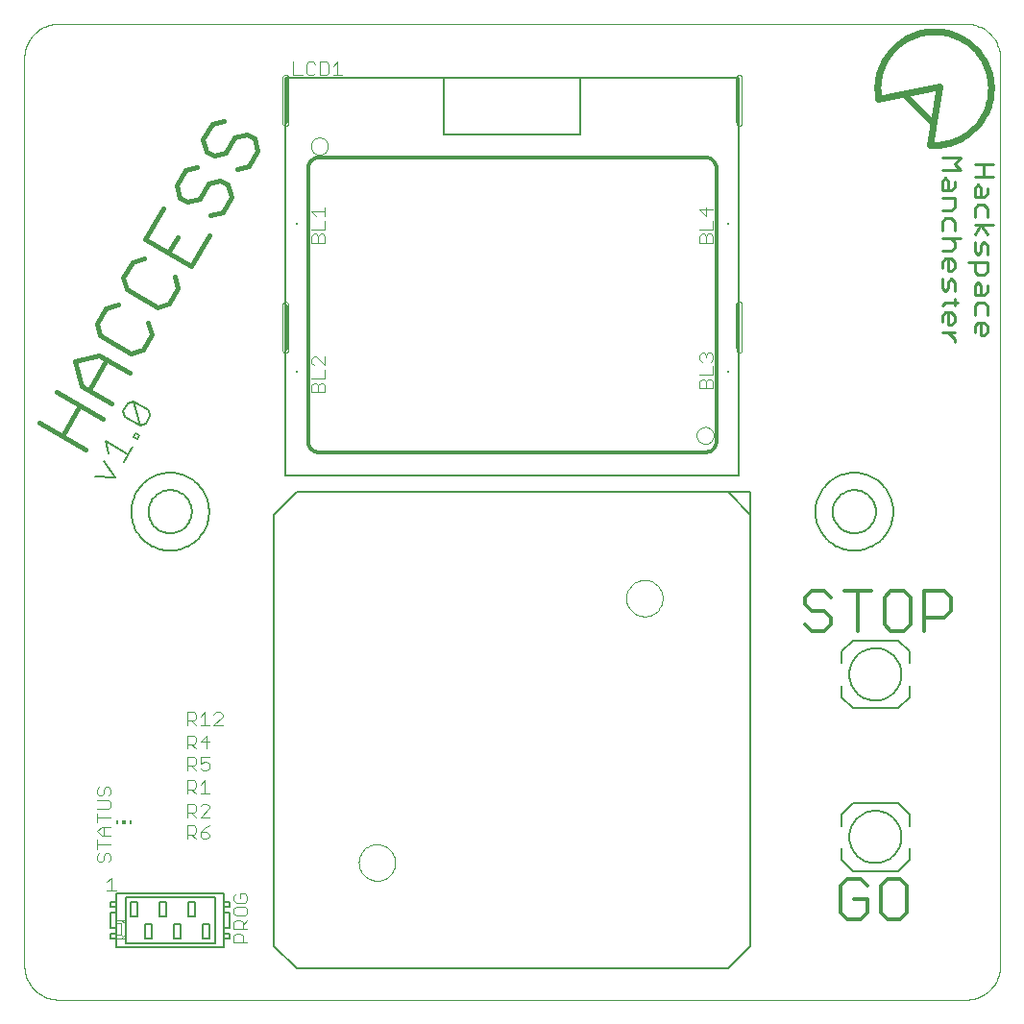
<source format=gto>
G75*
%MOIN*%
%OFA0B0*%
%FSLAX24Y24*%
%IPPOS*%
%LPD*%
%AMOC8*
5,1,8,0,0,1.08239X$1,22.5*
%
%ADD10C,0.0000*%
%ADD11C,0.0120*%
%ADD12C,0.0160*%
%ADD13C,0.0080*%
%ADD14C,0.0240*%
%ADD15C,0.0110*%
%ADD16C,0.0050*%
%ADD17C,0.0118*%
%ADD18C,0.0040*%
%ADD19R,0.0098X0.0098*%
%ADD20C,0.0060*%
%ADD21R,0.0059X0.0118*%
%ADD22R,0.0118X0.0118*%
D10*
X000872Y001735D02*
X000872Y033231D01*
X000874Y033297D01*
X000879Y033363D01*
X000889Y033429D01*
X000902Y033494D01*
X000918Y033558D01*
X000938Y033621D01*
X000962Y033683D01*
X000989Y033743D01*
X001019Y033802D01*
X001053Y033859D01*
X001090Y033914D01*
X001130Y033967D01*
X001172Y034018D01*
X001218Y034066D01*
X001266Y034112D01*
X001317Y034154D01*
X001370Y034194D01*
X001425Y034231D01*
X001482Y034265D01*
X001541Y034295D01*
X001601Y034322D01*
X001663Y034346D01*
X001726Y034366D01*
X001790Y034382D01*
X001855Y034395D01*
X001921Y034405D01*
X001987Y034410D01*
X002053Y034412D01*
X033549Y034412D01*
X033615Y034410D01*
X033681Y034405D01*
X033747Y034395D01*
X033812Y034382D01*
X033876Y034366D01*
X033939Y034346D01*
X034001Y034322D01*
X034061Y034295D01*
X034120Y034265D01*
X034177Y034231D01*
X034232Y034194D01*
X034285Y034154D01*
X034336Y034112D01*
X034384Y034066D01*
X034430Y034018D01*
X034472Y033967D01*
X034512Y033914D01*
X034549Y033859D01*
X034583Y033802D01*
X034613Y033743D01*
X034640Y033683D01*
X034664Y033621D01*
X034684Y033558D01*
X034700Y033494D01*
X034713Y033429D01*
X034723Y033363D01*
X034728Y033297D01*
X034730Y033231D01*
X034730Y001735D01*
X034728Y001669D01*
X034723Y001603D01*
X034713Y001537D01*
X034700Y001472D01*
X034684Y001408D01*
X034664Y001345D01*
X034640Y001283D01*
X034613Y001223D01*
X034583Y001164D01*
X034549Y001107D01*
X034512Y001052D01*
X034472Y000999D01*
X034430Y000948D01*
X034384Y000900D01*
X034336Y000854D01*
X034285Y000812D01*
X034232Y000772D01*
X034177Y000735D01*
X034120Y000701D01*
X034061Y000671D01*
X034001Y000644D01*
X033939Y000620D01*
X033876Y000600D01*
X033812Y000584D01*
X033747Y000571D01*
X033681Y000561D01*
X033615Y000556D01*
X033549Y000554D01*
X002053Y000554D01*
X001987Y000556D01*
X001921Y000561D01*
X001855Y000571D01*
X001790Y000584D01*
X001726Y000600D01*
X001663Y000620D01*
X001601Y000644D01*
X001541Y000671D01*
X001482Y000701D01*
X001425Y000735D01*
X001370Y000772D01*
X001317Y000812D01*
X001266Y000854D01*
X001218Y000900D01*
X001172Y000948D01*
X001130Y000999D01*
X001090Y001052D01*
X001053Y001107D01*
X001019Y001164D01*
X000989Y001223D01*
X000962Y001283D01*
X000938Y001345D01*
X000918Y001408D01*
X000902Y001472D01*
X000889Y001537D01*
X000879Y001603D01*
X000874Y001669D01*
X000872Y001735D01*
X012474Y005310D02*
X012476Y005360D01*
X012482Y005410D01*
X012492Y005459D01*
X012506Y005507D01*
X012523Y005554D01*
X012544Y005599D01*
X012569Y005643D01*
X012597Y005684D01*
X012629Y005723D01*
X012663Y005760D01*
X012700Y005794D01*
X012740Y005824D01*
X012782Y005851D01*
X012826Y005875D01*
X012872Y005896D01*
X012919Y005912D01*
X012967Y005925D01*
X013017Y005934D01*
X013066Y005939D01*
X013117Y005940D01*
X013167Y005937D01*
X013216Y005930D01*
X013265Y005919D01*
X013313Y005904D01*
X013359Y005886D01*
X013404Y005864D01*
X013447Y005838D01*
X013488Y005809D01*
X013527Y005777D01*
X013563Y005742D01*
X013595Y005704D01*
X013625Y005664D01*
X013652Y005621D01*
X013675Y005577D01*
X013694Y005531D01*
X013710Y005483D01*
X013722Y005434D01*
X013730Y005385D01*
X013734Y005335D01*
X013734Y005285D01*
X013730Y005235D01*
X013722Y005186D01*
X013710Y005137D01*
X013694Y005089D01*
X013675Y005043D01*
X013652Y004999D01*
X013625Y004956D01*
X013595Y004916D01*
X013563Y004878D01*
X013527Y004843D01*
X013488Y004811D01*
X013447Y004782D01*
X013404Y004756D01*
X013359Y004734D01*
X013313Y004716D01*
X013265Y004701D01*
X013216Y004690D01*
X013167Y004683D01*
X013117Y004680D01*
X013066Y004681D01*
X013017Y004686D01*
X012967Y004695D01*
X012919Y004708D01*
X012872Y004724D01*
X012826Y004745D01*
X012782Y004769D01*
X012740Y004796D01*
X012700Y004826D01*
X012663Y004860D01*
X012629Y004897D01*
X012597Y004936D01*
X012569Y004977D01*
X012544Y005021D01*
X012523Y005066D01*
X012506Y005113D01*
X012492Y005161D01*
X012482Y005210D01*
X012476Y005260D01*
X012474Y005310D01*
X021757Y014483D02*
X021759Y014533D01*
X021765Y014583D01*
X021775Y014632D01*
X021789Y014680D01*
X021806Y014727D01*
X021827Y014772D01*
X021852Y014816D01*
X021880Y014857D01*
X021912Y014896D01*
X021946Y014933D01*
X021983Y014967D01*
X022023Y014997D01*
X022065Y015024D01*
X022109Y015048D01*
X022155Y015069D01*
X022202Y015085D01*
X022250Y015098D01*
X022300Y015107D01*
X022349Y015112D01*
X022400Y015113D01*
X022450Y015110D01*
X022499Y015103D01*
X022548Y015092D01*
X022596Y015077D01*
X022642Y015059D01*
X022687Y015037D01*
X022730Y015011D01*
X022771Y014982D01*
X022810Y014950D01*
X022846Y014915D01*
X022878Y014877D01*
X022908Y014837D01*
X022935Y014794D01*
X022958Y014750D01*
X022977Y014704D01*
X022993Y014656D01*
X023005Y014607D01*
X023013Y014558D01*
X023017Y014508D01*
X023017Y014458D01*
X023013Y014408D01*
X023005Y014359D01*
X022993Y014310D01*
X022977Y014262D01*
X022958Y014216D01*
X022935Y014172D01*
X022908Y014129D01*
X022878Y014089D01*
X022846Y014051D01*
X022810Y014016D01*
X022771Y013984D01*
X022730Y013955D01*
X022687Y013929D01*
X022642Y013907D01*
X022596Y013889D01*
X022548Y013874D01*
X022499Y013863D01*
X022450Y013856D01*
X022400Y013853D01*
X022349Y013854D01*
X022300Y013859D01*
X022250Y013868D01*
X022202Y013881D01*
X022155Y013897D01*
X022109Y013918D01*
X022065Y013942D01*
X022023Y013969D01*
X021983Y013999D01*
X021946Y014033D01*
X021912Y014070D01*
X021880Y014109D01*
X021852Y014150D01*
X021827Y014194D01*
X021806Y014239D01*
X021789Y014286D01*
X021775Y014334D01*
X021765Y014383D01*
X021759Y014433D01*
X021757Y014483D01*
X024199Y020132D02*
X024201Y020166D01*
X024207Y020200D01*
X024217Y020233D01*
X024230Y020264D01*
X024248Y020294D01*
X024268Y020322D01*
X024292Y020347D01*
X024318Y020369D01*
X024346Y020387D01*
X024377Y020403D01*
X024409Y020415D01*
X024443Y020423D01*
X024477Y020427D01*
X024511Y020427D01*
X024545Y020423D01*
X024579Y020415D01*
X024611Y020403D01*
X024641Y020387D01*
X024670Y020369D01*
X024696Y020347D01*
X024720Y020322D01*
X024740Y020294D01*
X024758Y020264D01*
X024771Y020233D01*
X024781Y020200D01*
X024787Y020166D01*
X024789Y020132D01*
X024787Y020098D01*
X024781Y020064D01*
X024771Y020031D01*
X024758Y020000D01*
X024740Y019970D01*
X024720Y019942D01*
X024696Y019917D01*
X024670Y019895D01*
X024642Y019877D01*
X024611Y019861D01*
X024579Y019849D01*
X024545Y019841D01*
X024511Y019837D01*
X024477Y019837D01*
X024443Y019841D01*
X024409Y019849D01*
X024377Y019861D01*
X024346Y019877D01*
X024318Y019895D01*
X024292Y019917D01*
X024268Y019942D01*
X024248Y019970D01*
X024230Y020000D01*
X024217Y020031D01*
X024207Y020064D01*
X024201Y020098D01*
X024199Y020132D01*
X025576Y023093D02*
X025576Y024668D01*
X025577Y024668D02*
X025578Y024685D01*
X025583Y024702D01*
X025590Y024717D01*
X025600Y024731D01*
X025612Y024743D01*
X025626Y024753D01*
X025641Y024760D01*
X025658Y024765D01*
X025675Y024766D01*
X025692Y024765D01*
X025709Y024760D01*
X025724Y024753D01*
X025738Y024743D01*
X025750Y024731D01*
X025760Y024717D01*
X025767Y024702D01*
X025772Y024685D01*
X025773Y024668D01*
X025773Y023093D01*
X025772Y023076D01*
X025767Y023059D01*
X025760Y023044D01*
X025750Y023030D01*
X025738Y023018D01*
X025724Y023008D01*
X025709Y023001D01*
X025692Y022996D01*
X025675Y022995D01*
X025658Y022996D01*
X025641Y023001D01*
X025626Y023008D01*
X025612Y023018D01*
X025600Y023030D01*
X025590Y023044D01*
X025583Y023059D01*
X025578Y023076D01*
X025577Y023093D01*
X025576Y030967D02*
X025576Y032542D01*
X025577Y032542D02*
X025578Y032559D01*
X025583Y032576D01*
X025590Y032591D01*
X025600Y032605D01*
X025612Y032617D01*
X025626Y032627D01*
X025641Y032634D01*
X025658Y032639D01*
X025675Y032640D01*
X025692Y032639D01*
X025709Y032634D01*
X025724Y032627D01*
X025738Y032617D01*
X025750Y032605D01*
X025760Y032591D01*
X025767Y032576D01*
X025772Y032559D01*
X025773Y032542D01*
X025773Y030967D01*
X025772Y030950D01*
X025767Y030933D01*
X025760Y030918D01*
X025750Y030904D01*
X025738Y030892D01*
X025724Y030882D01*
X025709Y030875D01*
X025692Y030870D01*
X025675Y030869D01*
X025658Y030870D01*
X025641Y030875D01*
X025626Y030882D01*
X025612Y030892D01*
X025600Y030904D01*
X025590Y030918D01*
X025583Y030933D01*
X025578Y030950D01*
X025577Y030967D01*
X010813Y030172D02*
X010815Y030206D01*
X010821Y030240D01*
X010831Y030273D01*
X010844Y030304D01*
X010862Y030334D01*
X010882Y030362D01*
X010906Y030387D01*
X010932Y030409D01*
X010960Y030427D01*
X010991Y030443D01*
X011023Y030455D01*
X011057Y030463D01*
X011091Y030467D01*
X011125Y030467D01*
X011159Y030463D01*
X011193Y030455D01*
X011225Y030443D01*
X011255Y030427D01*
X011284Y030409D01*
X011310Y030387D01*
X011334Y030362D01*
X011354Y030334D01*
X011372Y030304D01*
X011385Y030273D01*
X011395Y030240D01*
X011401Y030206D01*
X011403Y030172D01*
X011401Y030138D01*
X011395Y030104D01*
X011385Y030071D01*
X011372Y030040D01*
X011354Y030010D01*
X011334Y029982D01*
X011310Y029957D01*
X011284Y029935D01*
X011256Y029917D01*
X011225Y029901D01*
X011193Y029889D01*
X011159Y029881D01*
X011125Y029877D01*
X011091Y029877D01*
X011057Y029881D01*
X011023Y029889D01*
X010991Y029901D01*
X010960Y029917D01*
X010932Y029935D01*
X010906Y029957D01*
X010882Y029982D01*
X010862Y030010D01*
X010844Y030040D01*
X010831Y030071D01*
X010821Y030104D01*
X010815Y030138D01*
X010813Y030172D01*
X010025Y030967D02*
X010025Y032542D01*
X009927Y032640D02*
X009910Y032639D01*
X009893Y032634D01*
X009878Y032627D01*
X009864Y032617D01*
X009852Y032605D01*
X009842Y032591D01*
X009835Y032576D01*
X009830Y032559D01*
X009829Y032542D01*
X009828Y032542D02*
X009828Y030967D01*
X009927Y030869D02*
X009944Y030870D01*
X009961Y030875D01*
X009976Y030882D01*
X009990Y030892D01*
X010002Y030904D01*
X010012Y030918D01*
X010019Y030933D01*
X010024Y030950D01*
X010025Y030967D01*
X009927Y030869D02*
X009910Y030870D01*
X009893Y030875D01*
X009878Y030882D01*
X009864Y030892D01*
X009852Y030904D01*
X009842Y030918D01*
X009835Y030933D01*
X009830Y030950D01*
X009829Y030967D01*
X010025Y032542D02*
X010024Y032559D01*
X010019Y032576D01*
X010012Y032591D01*
X010002Y032605D01*
X009990Y032617D01*
X009976Y032627D01*
X009961Y032634D01*
X009944Y032639D01*
X009927Y032640D01*
X009927Y024766D02*
X009910Y024765D01*
X009893Y024760D01*
X009878Y024753D01*
X009864Y024743D01*
X009852Y024731D01*
X009842Y024717D01*
X009835Y024702D01*
X009830Y024685D01*
X009829Y024668D01*
X009828Y024668D02*
X009828Y023093D01*
X009927Y022995D02*
X009944Y022996D01*
X009961Y023001D01*
X009976Y023008D01*
X009990Y023018D01*
X010002Y023030D01*
X010012Y023044D01*
X010019Y023059D01*
X010024Y023076D01*
X010025Y023093D01*
X010025Y024668D01*
X010024Y024685D01*
X010019Y024702D01*
X010012Y024717D01*
X010002Y024731D01*
X009990Y024743D01*
X009976Y024753D01*
X009961Y024760D01*
X009944Y024765D01*
X009927Y024766D01*
X009829Y023093D02*
X009830Y023076D01*
X009835Y023059D01*
X009842Y023044D01*
X009852Y023030D01*
X009864Y023018D01*
X009878Y023008D01*
X009893Y023001D01*
X009910Y022996D01*
X009927Y022995D01*
D11*
X027947Y014507D02*
X027947Y014277D01*
X028177Y014047D01*
X028637Y014047D01*
X028867Y013817D01*
X028867Y013587D01*
X028637Y013356D01*
X028177Y013356D01*
X027947Y013587D01*
X027947Y014507D02*
X028177Y014737D01*
X028637Y014737D01*
X028867Y014507D01*
X029328Y014737D02*
X030249Y014737D01*
X029788Y014737D02*
X029788Y013356D01*
X030709Y013587D02*
X030709Y014507D01*
X030939Y014737D01*
X031400Y014737D01*
X031630Y014507D01*
X031630Y013587D01*
X031400Y013356D01*
X030939Y013356D01*
X030709Y013587D01*
X032090Y013817D02*
X032781Y013817D01*
X033011Y014047D01*
X033011Y014507D01*
X032781Y014737D01*
X032090Y014737D01*
X032090Y013356D01*
X031275Y004726D02*
X030814Y004726D01*
X030584Y004495D01*
X030584Y003575D01*
X030814Y003345D01*
X031275Y003345D01*
X031505Y003575D01*
X031505Y004495D01*
X031275Y004726D01*
X030124Y004495D02*
X029893Y004726D01*
X029433Y004726D01*
X029203Y004495D01*
X029203Y003575D01*
X029433Y003345D01*
X029893Y003345D01*
X030124Y003575D01*
X030124Y004035D01*
X029663Y004035D01*
D12*
X006669Y026023D02*
X007282Y027086D01*
X007324Y027771D02*
X007743Y027884D01*
X008050Y028415D01*
X007937Y028834D01*
X007672Y028988D01*
X007252Y028876D01*
X006945Y028344D01*
X006526Y028232D01*
X006260Y028385D01*
X006148Y028804D01*
X006455Y029336D01*
X006874Y029448D01*
X007181Y029980D02*
X007447Y029826D01*
X007866Y029939D01*
X008173Y030470D01*
X008592Y030583D01*
X008858Y030429D01*
X008971Y030010D01*
X008664Y029478D01*
X008244Y029366D01*
X007181Y029980D02*
X007069Y030399D01*
X007376Y030931D01*
X007795Y031043D01*
X005688Y028007D02*
X005074Y026944D01*
X006669Y026023D01*
X006096Y025645D02*
X006208Y025225D01*
X005901Y024694D01*
X005482Y024582D01*
X004419Y025195D01*
X004306Y025615D01*
X004613Y026146D01*
X005033Y026259D01*
X005871Y026483D02*
X006178Y027015D01*
X004112Y024664D02*
X003693Y024551D01*
X003386Y024020D01*
X003498Y023601D01*
X004561Y022987D01*
X004981Y023099D01*
X005287Y023631D01*
X005175Y024050D01*
X003723Y022762D02*
X003109Y021699D01*
X002843Y021852D02*
X002618Y022691D01*
X003457Y022915D01*
X004520Y022302D01*
X003906Y021238D02*
X002843Y021852D01*
X002802Y021167D02*
X002188Y020104D01*
X002985Y019644D02*
X001391Y020564D01*
X002004Y021628D02*
X003599Y020707D01*
D13*
X004289Y020987D02*
X004346Y020778D01*
X004877Y020471D01*
X004653Y021309D01*
X005184Y021002D01*
X005240Y020793D01*
X005087Y020527D01*
X004877Y020471D01*
X004724Y020205D02*
X004857Y020128D01*
X004780Y019995D01*
X004647Y020072D01*
X004724Y020205D01*
X004627Y019729D02*
X004320Y019198D01*
X004473Y019464D02*
X003676Y019924D01*
X003788Y019505D01*
X003634Y019239D02*
X004013Y018666D01*
X003328Y018707D01*
X004289Y020987D02*
X004443Y021253D01*
X004653Y021309D01*
X005183Y017483D02*
X005185Y017538D01*
X005191Y017592D01*
X005201Y017646D01*
X005215Y017698D01*
X005232Y017750D01*
X005254Y017800D01*
X005279Y017849D01*
X005307Y017896D01*
X005339Y017940D01*
X005374Y017982D01*
X005412Y018021D01*
X005453Y018058D01*
X005496Y018091D01*
X005541Y018121D01*
X005589Y018148D01*
X005638Y018171D01*
X005689Y018191D01*
X005742Y018207D01*
X005795Y018219D01*
X005849Y018227D01*
X005904Y018231D01*
X005958Y018231D01*
X006013Y018227D01*
X006067Y018219D01*
X006120Y018207D01*
X006173Y018191D01*
X006224Y018171D01*
X006273Y018148D01*
X006321Y018121D01*
X006366Y018091D01*
X006409Y018058D01*
X006450Y018021D01*
X006488Y017982D01*
X006523Y017940D01*
X006555Y017896D01*
X006583Y017849D01*
X006608Y017800D01*
X006630Y017750D01*
X006647Y017698D01*
X006661Y017646D01*
X006671Y017592D01*
X006677Y017538D01*
X006679Y017483D01*
X006677Y017428D01*
X006671Y017374D01*
X006661Y017320D01*
X006647Y017268D01*
X006630Y017216D01*
X006608Y017166D01*
X006583Y017117D01*
X006555Y017070D01*
X006523Y017026D01*
X006488Y016984D01*
X006450Y016945D01*
X006409Y016908D01*
X006366Y016875D01*
X006321Y016845D01*
X006273Y016818D01*
X006224Y016795D01*
X006173Y016775D01*
X006120Y016759D01*
X006067Y016747D01*
X006013Y016739D01*
X005958Y016735D01*
X005904Y016735D01*
X005849Y016739D01*
X005795Y016747D01*
X005742Y016759D01*
X005689Y016775D01*
X005638Y016795D01*
X005589Y016818D01*
X005541Y016845D01*
X005496Y016875D01*
X005453Y016908D01*
X005412Y016945D01*
X005374Y016984D01*
X005339Y017026D01*
X005307Y017070D01*
X005279Y017117D01*
X005254Y017166D01*
X005232Y017216D01*
X005215Y017268D01*
X005201Y017320D01*
X005191Y017374D01*
X005185Y017428D01*
X005183Y017483D01*
X004068Y004254D02*
X007793Y004254D01*
X007793Y002365D01*
X004068Y002365D01*
X004068Y004254D01*
X004029Y003940D02*
X003872Y003940D01*
X003872Y003782D01*
X004029Y003782D01*
X004029Y003585D02*
X003872Y003585D01*
X003872Y003034D01*
X004029Y003034D01*
X004029Y002837D02*
X003872Y002837D01*
X003872Y002680D01*
X004029Y002680D01*
X004383Y002522D02*
X004383Y004097D01*
X007478Y004097D01*
X007478Y002522D01*
X004383Y002522D01*
X007832Y002680D02*
X007990Y002680D01*
X007990Y002837D01*
X007832Y002837D01*
X007832Y003034D02*
X007990Y003034D01*
X007990Y003585D01*
X007832Y003585D01*
X007832Y003782D02*
X007990Y003782D01*
X007990Y003940D01*
X007832Y003940D01*
X028923Y017483D02*
X028925Y017538D01*
X028931Y017592D01*
X028941Y017646D01*
X028955Y017698D01*
X028972Y017750D01*
X028994Y017800D01*
X029019Y017849D01*
X029047Y017896D01*
X029079Y017940D01*
X029114Y017982D01*
X029152Y018021D01*
X029193Y018058D01*
X029236Y018091D01*
X029281Y018121D01*
X029329Y018148D01*
X029378Y018171D01*
X029429Y018191D01*
X029482Y018207D01*
X029535Y018219D01*
X029589Y018227D01*
X029644Y018231D01*
X029698Y018231D01*
X029753Y018227D01*
X029807Y018219D01*
X029860Y018207D01*
X029913Y018191D01*
X029964Y018171D01*
X030013Y018148D01*
X030061Y018121D01*
X030106Y018091D01*
X030149Y018058D01*
X030190Y018021D01*
X030228Y017982D01*
X030263Y017940D01*
X030295Y017896D01*
X030323Y017849D01*
X030348Y017800D01*
X030370Y017750D01*
X030387Y017698D01*
X030401Y017646D01*
X030411Y017592D01*
X030417Y017538D01*
X030419Y017483D01*
X030417Y017428D01*
X030411Y017374D01*
X030401Y017320D01*
X030387Y017268D01*
X030370Y017216D01*
X030348Y017166D01*
X030323Y017117D01*
X030295Y017070D01*
X030263Y017026D01*
X030228Y016984D01*
X030190Y016945D01*
X030149Y016908D01*
X030106Y016875D01*
X030061Y016845D01*
X030013Y016818D01*
X029964Y016795D01*
X029913Y016775D01*
X029860Y016759D01*
X029807Y016747D01*
X029753Y016739D01*
X029698Y016735D01*
X029644Y016735D01*
X029589Y016739D01*
X029535Y016747D01*
X029482Y016759D01*
X029429Y016775D01*
X029378Y016795D01*
X029329Y016818D01*
X029281Y016845D01*
X029236Y016875D01*
X029193Y016908D01*
X029152Y016945D01*
X029114Y016984D01*
X029079Y017026D01*
X029047Y017070D01*
X029019Y017117D01*
X028994Y017166D01*
X028972Y017216D01*
X028955Y017268D01*
X028941Y017320D01*
X028931Y017374D01*
X028925Y017428D01*
X028923Y017483D01*
D14*
X032276Y030220D02*
X032629Y032253D01*
X030508Y031811D01*
X031436Y031944D02*
X032408Y030972D01*
X032276Y030221D02*
X032363Y030216D01*
X032451Y030214D01*
X032538Y030216D01*
X032626Y030223D01*
X032713Y030233D01*
X032800Y030247D01*
X032885Y030265D01*
X032970Y030286D01*
X033054Y030312D01*
X033137Y030341D01*
X033218Y030373D01*
X033298Y030410D01*
X033376Y030450D01*
X033452Y030493D01*
X033526Y030540D01*
X033599Y030589D01*
X033668Y030643D01*
X033736Y030699D01*
X033800Y030758D01*
X033863Y030820D01*
X033922Y030884D01*
X033978Y030951D01*
X034031Y031021D01*
X034082Y031093D01*
X034129Y031167D01*
X034172Y031243D01*
X034212Y031321D01*
X034249Y031401D01*
X034282Y031482D01*
X034311Y031564D01*
X034337Y031648D01*
X034359Y031733D01*
X034377Y031819D01*
X034391Y031905D01*
X034402Y031992D01*
X034408Y032080D01*
X034411Y032167D01*
X034410Y032255D01*
X034405Y032342D01*
X034395Y032430D01*
X034383Y032516D01*
X034366Y032602D01*
X034345Y032688D01*
X034321Y032772D01*
X034293Y032855D01*
X034261Y032937D01*
X034226Y033017D01*
X034187Y033095D01*
X034145Y033172D01*
X034099Y033247D01*
X034050Y033320D01*
X033998Y033390D01*
X033942Y033458D01*
X033884Y033524D01*
X033823Y033586D01*
X033759Y033647D01*
X033693Y033704D01*
X033624Y033758D01*
X033553Y033809D01*
X033479Y033857D01*
X033404Y033901D01*
X033326Y033942D01*
X033247Y033980D01*
X033166Y034014D01*
X033084Y034044D01*
X033000Y034071D01*
X032916Y034094D01*
X032830Y034113D01*
X032744Y034129D01*
X032657Y034140D01*
X032570Y034148D01*
X032482Y034152D01*
X032395Y034151D01*
X032307Y034147D01*
X032220Y034139D01*
X032133Y034128D01*
X032047Y034112D01*
X031961Y034092D01*
X031877Y034069D01*
X031793Y034042D01*
X031711Y034011D01*
X031630Y033977D01*
X031551Y033939D01*
X031474Y033898D01*
X031399Y033853D01*
X031326Y033805D01*
X031254Y033754D01*
X031186Y033699D01*
X031119Y033642D01*
X031056Y033581D01*
X030995Y033518D01*
X030937Y033453D01*
X030882Y033384D01*
X030830Y033314D01*
X030781Y033241D01*
X030736Y033166D01*
X030694Y033089D01*
X030655Y033010D01*
X030620Y032930D01*
X030589Y032848D01*
X030561Y032765D01*
X030537Y032681D01*
X030517Y032595D01*
X030500Y032509D01*
X030488Y032423D01*
X030479Y032335D01*
X030474Y032248D01*
X030473Y032160D01*
X030476Y032073D01*
X030483Y031985D01*
X030494Y031898D01*
X030508Y031812D01*
D15*
X032709Y029763D02*
X033360Y029763D01*
X033143Y029546D01*
X033360Y029329D01*
X032709Y029329D01*
X032818Y029063D02*
X032709Y028954D01*
X032709Y028629D01*
X033034Y028629D01*
X033143Y028738D01*
X033143Y028954D01*
X032926Y028954D02*
X032926Y028629D01*
X032926Y028954D02*
X032818Y029063D01*
X032709Y028363D02*
X033143Y028363D01*
X033143Y028038D01*
X033034Y027929D01*
X032709Y027929D01*
X032818Y027663D02*
X032709Y027555D01*
X032709Y027229D01*
X032709Y026963D02*
X033360Y026963D01*
X033143Y026855D02*
X033143Y026638D01*
X033034Y026530D01*
X032709Y026530D01*
X032818Y026264D02*
X032709Y026155D01*
X032709Y025938D01*
X032926Y025830D02*
X032926Y026264D01*
X033034Y026264D02*
X033143Y026155D01*
X033143Y025938D01*
X033034Y025830D01*
X032926Y025830D01*
X033034Y025564D02*
X033143Y025455D01*
X033143Y025130D01*
X032926Y025239D02*
X032818Y025130D01*
X032709Y025239D01*
X032709Y025564D01*
X032926Y025455D02*
X033034Y025564D01*
X032926Y025455D02*
X032926Y025239D01*
X033143Y024864D02*
X033143Y024647D01*
X033251Y024756D02*
X032818Y024756D01*
X032709Y024647D01*
X032818Y024397D02*
X032709Y024289D01*
X032709Y024072D01*
X032926Y023964D02*
X032926Y024397D01*
X033034Y024397D02*
X033143Y024289D01*
X033143Y024072D01*
X033034Y023964D01*
X032926Y023964D01*
X032926Y023698D02*
X033143Y023481D01*
X033143Y023372D01*
X033143Y023698D02*
X032709Y023698D01*
X032818Y024397D02*
X033034Y024397D01*
X033849Y024314D02*
X033849Y024639D01*
X033958Y024747D01*
X034174Y024747D01*
X034283Y024639D01*
X034283Y024314D01*
X034174Y024048D02*
X034283Y023939D01*
X034283Y023722D01*
X034174Y023614D01*
X034066Y023614D01*
X034066Y024048D01*
X033958Y024048D02*
X034174Y024048D01*
X033958Y024048D02*
X033849Y023939D01*
X033849Y023722D01*
X033849Y025013D02*
X033849Y025339D01*
X033958Y025447D01*
X034066Y025339D01*
X034066Y025013D01*
X034174Y025013D02*
X033849Y025013D01*
X034174Y025013D02*
X034283Y025122D01*
X034283Y025339D01*
X034174Y025713D02*
X033958Y025713D01*
X033849Y025822D01*
X033849Y026147D01*
X033632Y026147D02*
X034283Y026147D01*
X034283Y025822D01*
X034174Y025713D01*
X034283Y026413D02*
X034283Y026738D01*
X034174Y026847D01*
X034066Y026738D01*
X034066Y026521D01*
X033958Y026413D01*
X033849Y026521D01*
X033849Y026847D01*
X033849Y027105D02*
X034066Y027430D01*
X034283Y027105D01*
X034500Y027430D02*
X033849Y027430D01*
X033849Y027696D02*
X033849Y028021D01*
X033958Y028130D01*
X034174Y028130D01*
X034283Y028021D01*
X034283Y027696D01*
X034174Y028396D02*
X033849Y028396D01*
X033849Y028721D01*
X033958Y028830D01*
X034066Y028721D01*
X034066Y028396D01*
X034174Y028396D02*
X034283Y028504D01*
X034283Y028721D01*
X034174Y029096D02*
X034174Y029529D01*
X033849Y029529D02*
X034500Y029529D01*
X034500Y029096D02*
X033849Y029096D01*
X033034Y027663D02*
X032818Y027663D01*
X033034Y027663D02*
X033143Y027555D01*
X033143Y027229D01*
X033034Y026963D02*
X033143Y026855D01*
X033034Y026264D02*
X032818Y026264D01*
D16*
X025675Y032534D02*
X020163Y032534D01*
X020163Y030566D01*
X015438Y030566D01*
X015438Y032534D01*
X020163Y032534D01*
X015438Y032534D02*
X009927Y032534D01*
X009927Y018754D01*
X025675Y018754D01*
X025675Y032534D01*
X025281Y018164D02*
X026068Y018164D01*
X026068Y017377D01*
X025281Y018164D01*
X010320Y018164D01*
X009533Y017377D01*
X009533Y002416D01*
X010320Y001629D01*
X025281Y001629D01*
X026068Y002416D01*
X026068Y017377D01*
X029612Y013021D02*
X031186Y013021D01*
X031580Y012627D01*
X031580Y012233D01*
X031580Y011446D02*
X031580Y011052D01*
X031186Y010658D01*
X029612Y010658D01*
X029218Y011052D01*
X029218Y011446D01*
X029218Y012233D02*
X029218Y012627D01*
X029612Y013021D01*
X029493Y011840D02*
X029495Y011900D01*
X029501Y011959D01*
X029511Y012019D01*
X029525Y012077D01*
X029542Y012134D01*
X029563Y012190D01*
X029588Y012245D01*
X029617Y012297D01*
X029649Y012348D01*
X029684Y012396D01*
X029722Y012443D01*
X029764Y012486D01*
X029808Y012526D01*
X029854Y012564D01*
X029903Y012598D01*
X029955Y012630D01*
X030008Y012657D01*
X030063Y012681D01*
X030119Y012702D01*
X030177Y012718D01*
X030235Y012731D01*
X030294Y012740D01*
X030354Y012745D01*
X030414Y012746D01*
X030474Y012743D01*
X030533Y012736D01*
X030592Y012725D01*
X030650Y012710D01*
X030707Y012692D01*
X030763Y012670D01*
X030817Y012644D01*
X030869Y012614D01*
X030919Y012582D01*
X030967Y012546D01*
X031013Y012507D01*
X031055Y012465D01*
X031095Y012420D01*
X031132Y012373D01*
X031166Y012323D01*
X031196Y012271D01*
X031223Y012218D01*
X031246Y012162D01*
X031265Y012106D01*
X031281Y012048D01*
X031293Y011989D01*
X031301Y011930D01*
X031305Y011870D01*
X031305Y011810D01*
X031301Y011750D01*
X031293Y011691D01*
X031281Y011632D01*
X031265Y011574D01*
X031246Y011518D01*
X031223Y011462D01*
X031196Y011409D01*
X031166Y011357D01*
X031132Y011307D01*
X031095Y011260D01*
X031055Y011215D01*
X031013Y011173D01*
X030967Y011134D01*
X030919Y011098D01*
X030869Y011066D01*
X030817Y011036D01*
X030763Y011010D01*
X030707Y010988D01*
X030650Y010970D01*
X030592Y010955D01*
X030533Y010944D01*
X030474Y010937D01*
X030414Y010934D01*
X030354Y010935D01*
X030294Y010940D01*
X030235Y010949D01*
X030177Y010962D01*
X030119Y010978D01*
X030063Y010999D01*
X030008Y011023D01*
X029955Y011050D01*
X029903Y011082D01*
X029854Y011116D01*
X029808Y011154D01*
X029764Y011194D01*
X029722Y011237D01*
X029684Y011284D01*
X029649Y011332D01*
X029617Y011383D01*
X029588Y011435D01*
X029563Y011490D01*
X029542Y011546D01*
X029525Y011603D01*
X029511Y011661D01*
X029501Y011721D01*
X029495Y011780D01*
X029493Y011840D01*
X029612Y007378D02*
X031186Y007378D01*
X031580Y006984D01*
X031580Y006590D01*
X031580Y005803D02*
X031580Y005409D01*
X031186Y005016D01*
X029612Y005016D01*
X029218Y005409D01*
X029218Y005803D01*
X029218Y006590D02*
X029218Y006984D01*
X029612Y007378D01*
X029493Y006197D02*
X029495Y006257D01*
X029501Y006316D01*
X029511Y006376D01*
X029525Y006434D01*
X029542Y006491D01*
X029563Y006547D01*
X029588Y006602D01*
X029617Y006654D01*
X029649Y006705D01*
X029684Y006753D01*
X029722Y006800D01*
X029764Y006843D01*
X029808Y006883D01*
X029854Y006921D01*
X029903Y006955D01*
X029955Y006987D01*
X030008Y007014D01*
X030063Y007038D01*
X030119Y007059D01*
X030177Y007075D01*
X030235Y007088D01*
X030294Y007097D01*
X030354Y007102D01*
X030414Y007103D01*
X030474Y007100D01*
X030533Y007093D01*
X030592Y007082D01*
X030650Y007067D01*
X030707Y007049D01*
X030763Y007027D01*
X030817Y007001D01*
X030869Y006971D01*
X030919Y006939D01*
X030967Y006903D01*
X031013Y006864D01*
X031055Y006822D01*
X031095Y006777D01*
X031132Y006730D01*
X031166Y006680D01*
X031196Y006628D01*
X031223Y006575D01*
X031246Y006519D01*
X031265Y006463D01*
X031281Y006405D01*
X031293Y006346D01*
X031301Y006287D01*
X031305Y006227D01*
X031305Y006167D01*
X031301Y006107D01*
X031293Y006048D01*
X031281Y005989D01*
X031265Y005931D01*
X031246Y005875D01*
X031223Y005819D01*
X031196Y005766D01*
X031166Y005714D01*
X031132Y005664D01*
X031095Y005617D01*
X031055Y005572D01*
X031013Y005530D01*
X030967Y005491D01*
X030919Y005455D01*
X030869Y005423D01*
X030817Y005393D01*
X030763Y005367D01*
X030707Y005345D01*
X030650Y005327D01*
X030592Y005312D01*
X030533Y005301D01*
X030474Y005294D01*
X030414Y005291D01*
X030354Y005292D01*
X030294Y005297D01*
X030235Y005306D01*
X030177Y005319D01*
X030119Y005335D01*
X030063Y005356D01*
X030008Y005380D01*
X029955Y005407D01*
X029903Y005439D01*
X029854Y005473D01*
X029808Y005511D01*
X029764Y005551D01*
X029722Y005594D01*
X029684Y005641D01*
X029649Y005689D01*
X029617Y005740D01*
X029588Y005792D01*
X029563Y005847D01*
X029542Y005903D01*
X029525Y005960D01*
X029511Y006018D01*
X029501Y006078D01*
X029495Y006137D01*
X029493Y006197D01*
X007306Y003185D02*
X007306Y002685D01*
X007056Y002685D01*
X007056Y003185D01*
X007306Y003185D01*
X006806Y003435D02*
X006806Y003935D01*
X006556Y003935D01*
X006556Y003435D01*
X006806Y003435D01*
X006306Y003185D02*
X006306Y002685D01*
X006056Y002685D01*
X006056Y003185D01*
X006306Y003185D01*
X005806Y003435D02*
X005806Y003935D01*
X005556Y003935D01*
X005556Y003435D01*
X005806Y003435D01*
X005306Y003185D02*
X005306Y002685D01*
X005056Y002685D01*
X005056Y003185D01*
X005306Y003185D01*
X004806Y003435D02*
X004806Y003935D01*
X004556Y003935D01*
X004556Y003435D01*
X004806Y003435D01*
D17*
X011108Y019542D02*
X024494Y019542D01*
X024533Y019544D01*
X024571Y019550D01*
X024608Y019559D01*
X024645Y019572D01*
X024680Y019589D01*
X024713Y019608D01*
X024744Y019631D01*
X024773Y019657D01*
X024799Y019686D01*
X024822Y019717D01*
X024841Y019750D01*
X024858Y019785D01*
X024871Y019822D01*
X024880Y019859D01*
X024886Y019897D01*
X024888Y019936D01*
X024887Y019936D02*
X024887Y029384D01*
X024888Y029384D02*
X024886Y029423D01*
X024880Y029461D01*
X024871Y029498D01*
X024858Y029535D01*
X024841Y029570D01*
X024822Y029603D01*
X024799Y029634D01*
X024773Y029663D01*
X024744Y029689D01*
X024713Y029712D01*
X024680Y029731D01*
X024645Y029748D01*
X024608Y029761D01*
X024571Y029770D01*
X024533Y029776D01*
X024494Y029778D01*
X011108Y029778D01*
X011069Y029776D01*
X011031Y029770D01*
X010994Y029761D01*
X010957Y029748D01*
X010922Y029731D01*
X010889Y029712D01*
X010858Y029689D01*
X010829Y029663D01*
X010803Y029634D01*
X010780Y029603D01*
X010761Y029570D01*
X010744Y029535D01*
X010731Y029498D01*
X010722Y029461D01*
X010716Y029423D01*
X010714Y029384D01*
X010714Y019936D01*
X010716Y019897D01*
X010722Y019859D01*
X010731Y019822D01*
X010744Y019785D01*
X010761Y019750D01*
X010780Y019717D01*
X010803Y019686D01*
X010829Y019657D01*
X010858Y019631D01*
X010889Y019608D01*
X010922Y019589D01*
X010957Y019572D01*
X010994Y019559D01*
X011031Y019550D01*
X011069Y019544D01*
X011108Y019542D01*
X009966Y023125D02*
X009966Y024621D01*
X009966Y030999D02*
X009966Y032495D01*
X025635Y032495D02*
X025635Y030999D01*
X025635Y024660D02*
X025635Y023164D01*
D18*
X024761Y022914D02*
X024761Y022761D01*
X024684Y022684D01*
X024761Y022530D02*
X024761Y022224D01*
X024301Y022224D01*
X024377Y022070D02*
X024301Y021993D01*
X024301Y021763D01*
X024761Y021763D01*
X024761Y021993D01*
X024684Y022070D01*
X024607Y022070D01*
X024531Y021993D01*
X024531Y021763D01*
X024531Y021993D02*
X024454Y022070D01*
X024377Y022070D01*
X024377Y022684D02*
X024301Y022761D01*
X024301Y022914D01*
X024377Y022991D01*
X024454Y022991D01*
X024531Y022914D01*
X024607Y022991D01*
X024684Y022991D01*
X024761Y022914D01*
X024531Y022914D02*
X024531Y022837D01*
X024531Y026819D02*
X024531Y027049D01*
X024607Y027126D01*
X024684Y027126D01*
X024761Y027049D01*
X024761Y026819D01*
X024301Y026819D01*
X024301Y027049D01*
X024377Y027126D01*
X024454Y027126D01*
X024531Y027049D01*
X024301Y027279D02*
X024761Y027279D01*
X024761Y027586D01*
X024531Y027740D02*
X024531Y028046D01*
X024761Y027970D02*
X024301Y027970D01*
X024531Y027740D01*
X011892Y032636D02*
X011585Y032636D01*
X011739Y032636D02*
X011739Y033097D01*
X011585Y032943D01*
X011432Y033020D02*
X011355Y033097D01*
X011125Y033097D01*
X011125Y032636D01*
X011355Y032636D01*
X011432Y032713D01*
X011432Y033020D01*
X010971Y033020D02*
X010895Y033097D01*
X010741Y033097D01*
X010664Y033020D01*
X010664Y032713D01*
X010741Y032636D01*
X010895Y032636D01*
X010971Y032713D01*
X010511Y032636D02*
X010204Y032636D01*
X010204Y033097D01*
X011300Y028046D02*
X011300Y027740D01*
X011300Y027893D02*
X010840Y027893D01*
X010993Y027740D01*
X011300Y027586D02*
X011300Y027279D01*
X010840Y027279D01*
X010917Y027126D02*
X010993Y027126D01*
X011070Y027049D01*
X011070Y026819D01*
X011070Y027049D02*
X011147Y027126D01*
X011224Y027126D01*
X011300Y027049D01*
X011300Y026819D01*
X010840Y026819D01*
X010840Y027049D01*
X010917Y027126D01*
X010917Y022866D02*
X010840Y022789D01*
X010840Y022636D01*
X010917Y022559D01*
X010917Y022866D02*
X010993Y022866D01*
X011300Y022559D01*
X011300Y022866D01*
X011300Y022405D02*
X011300Y022099D01*
X010840Y022099D01*
X010917Y021945D02*
X010993Y021945D01*
X011070Y021868D01*
X011070Y021638D01*
X010840Y021638D02*
X010840Y021868D01*
X010917Y021945D01*
X011070Y021868D02*
X011147Y021945D01*
X011224Y021945D01*
X011300Y021868D01*
X011300Y021638D01*
X010840Y021638D01*
X007667Y010534D02*
X007514Y010534D01*
X007437Y010457D01*
X007667Y010534D02*
X007744Y010457D01*
X007744Y010381D01*
X007437Y010074D01*
X007744Y010074D01*
X007284Y010074D02*
X006977Y010074D01*
X007130Y010074D02*
X007130Y010534D01*
X006977Y010381D01*
X006823Y010457D02*
X006823Y010304D01*
X006747Y010227D01*
X006517Y010227D01*
X006670Y010227D02*
X006823Y010074D01*
X006517Y010074D02*
X006517Y010534D01*
X006747Y010534D01*
X006823Y010457D01*
X006747Y009722D02*
X006517Y009722D01*
X006517Y009261D01*
X006517Y009415D02*
X006747Y009415D01*
X006823Y009491D01*
X006823Y009645D01*
X006747Y009722D01*
X006670Y009415D02*
X006823Y009261D01*
X006977Y009491D02*
X007284Y009491D01*
X007207Y009261D02*
X007207Y009722D01*
X006977Y009491D01*
X006977Y008972D02*
X006977Y008741D01*
X007130Y008818D01*
X007207Y008818D01*
X007284Y008741D01*
X007284Y008588D01*
X007207Y008511D01*
X007054Y008511D01*
X006977Y008588D01*
X006823Y008511D02*
X006670Y008665D01*
X006747Y008665D02*
X006517Y008665D01*
X006517Y008511D02*
X006517Y008972D01*
X006747Y008972D01*
X006823Y008895D01*
X006823Y008741D01*
X006747Y008665D01*
X006977Y008972D02*
X007284Y008972D01*
X007130Y008159D02*
X007130Y007699D01*
X006977Y007699D02*
X007284Y007699D01*
X007207Y007347D02*
X007054Y007347D01*
X006977Y007270D01*
X006823Y007270D02*
X006823Y007116D01*
X006747Y007040D01*
X006517Y007040D01*
X006670Y007040D02*
X006823Y006886D01*
X006977Y006886D02*
X007284Y007193D01*
X007284Y007270D01*
X007207Y007347D01*
X006823Y007270D02*
X006747Y007347D01*
X006517Y007347D01*
X006517Y006886D01*
X006517Y006597D02*
X006747Y006597D01*
X006823Y006520D01*
X006823Y006366D01*
X006747Y006290D01*
X006517Y006290D01*
X006670Y006290D02*
X006823Y006136D01*
X006977Y006213D02*
X007054Y006136D01*
X007207Y006136D01*
X007284Y006213D01*
X007284Y006290D01*
X007207Y006366D01*
X006977Y006366D01*
X006977Y006213D01*
X006977Y006366D02*
X007130Y006520D01*
X007284Y006597D01*
X007284Y006886D02*
X006977Y006886D01*
X006517Y006597D02*
X006517Y006136D01*
X006517Y007699D02*
X006517Y008159D01*
X006747Y008159D01*
X006823Y008082D01*
X006823Y007929D01*
X006747Y007852D01*
X006517Y007852D01*
X006670Y007852D02*
X006823Y007699D01*
X006977Y008006D02*
X007130Y008159D01*
X003859Y007857D02*
X003859Y007703D01*
X003782Y007627D01*
X003782Y007473D02*
X003398Y007473D01*
X003475Y007627D02*
X003552Y007627D01*
X003629Y007703D01*
X003629Y007857D01*
X003705Y007934D01*
X003782Y007934D01*
X003859Y007857D01*
X003475Y007934D02*
X003398Y007857D01*
X003398Y007703D01*
X003475Y007627D01*
X003782Y007473D02*
X003859Y007396D01*
X003859Y007243D01*
X003782Y007166D01*
X003398Y007166D01*
X003398Y007013D02*
X003398Y006706D01*
X003398Y006859D02*
X003859Y006859D01*
X003859Y006552D02*
X003552Y006552D01*
X003398Y006399D01*
X003552Y006245D01*
X003859Y006245D01*
X003629Y006245D02*
X003629Y006552D01*
X003398Y006092D02*
X003398Y005785D01*
X003398Y005938D02*
X003859Y005938D01*
X003782Y005632D02*
X003859Y005555D01*
X003859Y005401D01*
X003782Y005325D01*
X003629Y005401D02*
X003629Y005555D01*
X003705Y005632D01*
X003782Y005632D01*
X003629Y005401D02*
X003552Y005325D01*
X003475Y005325D01*
X003398Y005401D01*
X003398Y005555D01*
X003475Y005632D01*
X003894Y004790D02*
X003740Y004637D01*
X003894Y004790D02*
X003894Y004330D01*
X004047Y004330D02*
X003740Y004330D01*
X004108Y003310D02*
X004226Y003310D01*
X004344Y003191D01*
X004265Y003231D02*
X004226Y003191D01*
X004108Y003191D01*
X004226Y003191D02*
X004226Y002798D01*
X004108Y002798D01*
X004226Y002798D02*
X004265Y002758D01*
X004226Y002680D02*
X004344Y002680D01*
X004226Y002680D02*
X004344Y002798D01*
X004226Y002680D02*
X004108Y002680D01*
X004226Y003310D02*
X004344Y003310D01*
X008135Y003232D02*
X008135Y003002D01*
X008596Y003002D01*
X008442Y003002D02*
X008442Y003232D01*
X008365Y003309D01*
X008212Y003309D01*
X008135Y003232D01*
X008212Y003462D02*
X008519Y003462D01*
X008596Y003539D01*
X008596Y003692D01*
X008519Y003769D01*
X008212Y003769D01*
X008135Y003692D01*
X008135Y003539D01*
X008212Y003462D01*
X008442Y003155D02*
X008596Y003309D01*
X008365Y002848D02*
X008442Y002771D01*
X008442Y002541D01*
X008596Y002541D02*
X008135Y002541D01*
X008135Y002771D01*
X008212Y002848D01*
X008365Y002848D01*
X008212Y003922D02*
X008519Y003922D01*
X008596Y003999D01*
X008596Y004153D01*
X008519Y004229D01*
X008365Y004229D01*
X008365Y004076D01*
X008212Y004229D02*
X008135Y004153D01*
X008135Y003999D01*
X008212Y003922D01*
D19*
X010320Y022355D03*
X010320Y027473D03*
X025281Y027473D03*
X025281Y022355D03*
D20*
X028321Y017483D02*
X028323Y017556D01*
X028329Y017629D01*
X028339Y017701D01*
X028353Y017773D01*
X028370Y017844D01*
X028392Y017914D01*
X028417Y017983D01*
X028446Y018050D01*
X028478Y018115D01*
X028514Y018179D01*
X028554Y018241D01*
X028596Y018300D01*
X028642Y018357D01*
X028691Y018411D01*
X028743Y018463D01*
X028797Y018512D01*
X028854Y018558D01*
X028913Y018600D01*
X028975Y018640D01*
X029039Y018676D01*
X029104Y018708D01*
X029171Y018737D01*
X029240Y018762D01*
X029310Y018784D01*
X029381Y018801D01*
X029453Y018815D01*
X029525Y018825D01*
X029598Y018831D01*
X029671Y018833D01*
X029744Y018831D01*
X029817Y018825D01*
X029889Y018815D01*
X029961Y018801D01*
X030032Y018784D01*
X030102Y018762D01*
X030171Y018737D01*
X030238Y018708D01*
X030303Y018676D01*
X030367Y018640D01*
X030429Y018600D01*
X030488Y018558D01*
X030545Y018512D01*
X030599Y018463D01*
X030651Y018411D01*
X030700Y018357D01*
X030746Y018300D01*
X030788Y018241D01*
X030828Y018179D01*
X030864Y018115D01*
X030896Y018050D01*
X030925Y017983D01*
X030950Y017914D01*
X030972Y017844D01*
X030989Y017773D01*
X031003Y017701D01*
X031013Y017629D01*
X031019Y017556D01*
X031021Y017483D01*
X031019Y017410D01*
X031013Y017337D01*
X031003Y017265D01*
X030989Y017193D01*
X030972Y017122D01*
X030950Y017052D01*
X030925Y016983D01*
X030896Y016916D01*
X030864Y016851D01*
X030828Y016787D01*
X030788Y016725D01*
X030746Y016666D01*
X030700Y016609D01*
X030651Y016555D01*
X030599Y016503D01*
X030545Y016454D01*
X030488Y016408D01*
X030429Y016366D01*
X030367Y016326D01*
X030303Y016290D01*
X030238Y016258D01*
X030171Y016229D01*
X030102Y016204D01*
X030032Y016182D01*
X029961Y016165D01*
X029889Y016151D01*
X029817Y016141D01*
X029744Y016135D01*
X029671Y016133D01*
X029598Y016135D01*
X029525Y016141D01*
X029453Y016151D01*
X029381Y016165D01*
X029310Y016182D01*
X029240Y016204D01*
X029171Y016229D01*
X029104Y016258D01*
X029039Y016290D01*
X028975Y016326D01*
X028913Y016366D01*
X028854Y016408D01*
X028797Y016454D01*
X028743Y016503D01*
X028691Y016555D01*
X028642Y016609D01*
X028596Y016666D01*
X028554Y016725D01*
X028514Y016787D01*
X028478Y016851D01*
X028446Y016916D01*
X028417Y016983D01*
X028392Y017052D01*
X028370Y017122D01*
X028353Y017193D01*
X028339Y017265D01*
X028329Y017337D01*
X028323Y017410D01*
X028321Y017483D01*
X004581Y017483D02*
X004583Y017556D01*
X004589Y017629D01*
X004599Y017701D01*
X004613Y017773D01*
X004630Y017844D01*
X004652Y017914D01*
X004677Y017983D01*
X004706Y018050D01*
X004738Y018115D01*
X004774Y018179D01*
X004814Y018241D01*
X004856Y018300D01*
X004902Y018357D01*
X004951Y018411D01*
X005003Y018463D01*
X005057Y018512D01*
X005114Y018558D01*
X005173Y018600D01*
X005235Y018640D01*
X005299Y018676D01*
X005364Y018708D01*
X005431Y018737D01*
X005500Y018762D01*
X005570Y018784D01*
X005641Y018801D01*
X005713Y018815D01*
X005785Y018825D01*
X005858Y018831D01*
X005931Y018833D01*
X006004Y018831D01*
X006077Y018825D01*
X006149Y018815D01*
X006221Y018801D01*
X006292Y018784D01*
X006362Y018762D01*
X006431Y018737D01*
X006498Y018708D01*
X006563Y018676D01*
X006627Y018640D01*
X006689Y018600D01*
X006748Y018558D01*
X006805Y018512D01*
X006859Y018463D01*
X006911Y018411D01*
X006960Y018357D01*
X007006Y018300D01*
X007048Y018241D01*
X007088Y018179D01*
X007124Y018115D01*
X007156Y018050D01*
X007185Y017983D01*
X007210Y017914D01*
X007232Y017844D01*
X007249Y017773D01*
X007263Y017701D01*
X007273Y017629D01*
X007279Y017556D01*
X007281Y017483D01*
X007279Y017410D01*
X007273Y017337D01*
X007263Y017265D01*
X007249Y017193D01*
X007232Y017122D01*
X007210Y017052D01*
X007185Y016983D01*
X007156Y016916D01*
X007124Y016851D01*
X007088Y016787D01*
X007048Y016725D01*
X007006Y016666D01*
X006960Y016609D01*
X006911Y016555D01*
X006859Y016503D01*
X006805Y016454D01*
X006748Y016408D01*
X006689Y016366D01*
X006627Y016326D01*
X006563Y016290D01*
X006498Y016258D01*
X006431Y016229D01*
X006362Y016204D01*
X006292Y016182D01*
X006221Y016165D01*
X006149Y016151D01*
X006077Y016141D01*
X006004Y016135D01*
X005931Y016133D01*
X005858Y016135D01*
X005785Y016141D01*
X005713Y016151D01*
X005641Y016165D01*
X005570Y016182D01*
X005500Y016204D01*
X005431Y016229D01*
X005364Y016258D01*
X005299Y016290D01*
X005235Y016326D01*
X005173Y016366D01*
X005114Y016408D01*
X005057Y016454D01*
X005003Y016503D01*
X004951Y016555D01*
X004902Y016609D01*
X004856Y016666D01*
X004814Y016725D01*
X004774Y016787D01*
X004738Y016851D01*
X004706Y016916D01*
X004677Y016983D01*
X004652Y017052D01*
X004630Y017122D01*
X004613Y017193D01*
X004599Y017265D01*
X004589Y017337D01*
X004583Y017410D01*
X004581Y017483D01*
D21*
X004553Y006695D03*
X004080Y006695D03*
D22*
X004316Y006695D03*
M02*

</source>
